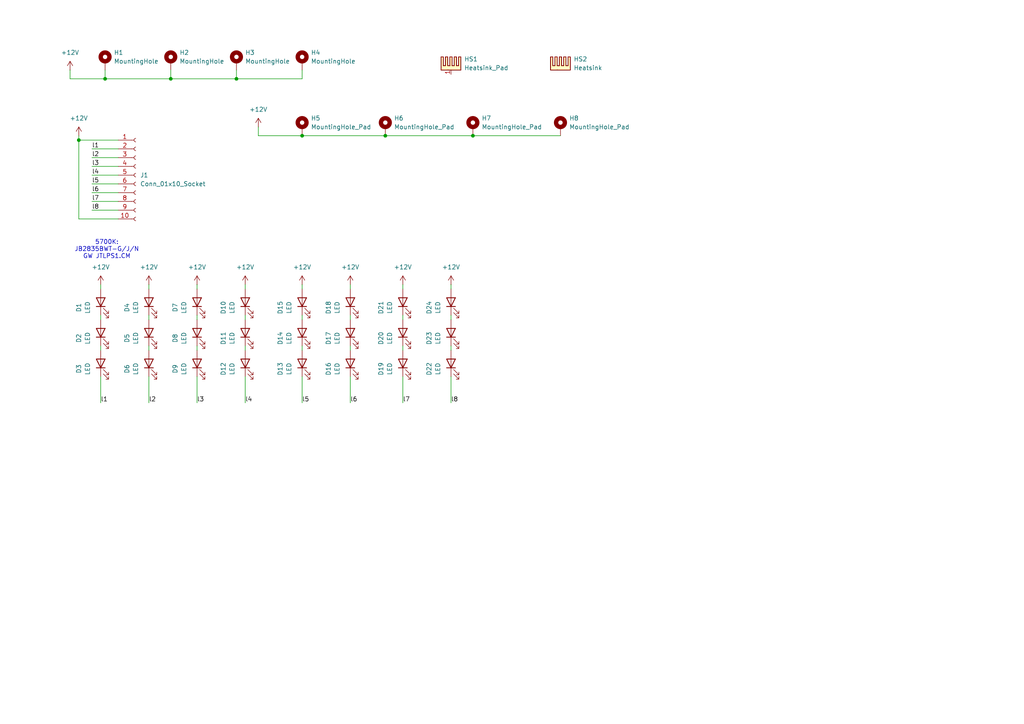
<source format=kicad_sch>
(kicad_sch (version 20231120) (generator "eeschema") (generator_version "8.0")
  (paper "A4")
  (lib_symbols
    (symbol "Connector:Conn_01x10_Socket" (pin_names (offset 1.016) hide)
      (property "Reference" "J" (at 0 12.7 0))
      (property "Value" "Conn_01x10_Socket" (at 0 -15.24 0))
      (symbol "Conn_01x10_Socket_1_1"
        (arc (start 0 -12.192) (mid -0.5058 -12.7) (end 0 -13.208) (stroke (width 0.1524)))
        (arc (start 0 -9.652) (mid -0.5058 -10.16) (end 0 -10.668) (stroke (width 0.1524)))
        (arc (start 0 -7.112) (mid -0.5058 -7.62) (end 0 -8.128) (stroke (width 0.1524)))
        (arc (start 0 -4.572) (mid -0.5058 -5.08) (end 0 -5.588) (stroke (width 0.1524)))
        (arc (start 0 -2.032) (mid -0.5058 -2.54) (end 0 -3.048) (stroke (width 0.1524)))
        (polyline (pts (xy -1.27 -12.7) (xy -0.508 -12.7)) (stroke (width 0.1524)))
        (polyline (pts (xy -1.27 -10.16) (xy -0.508 -10.16)) (stroke (width 0.1524)))
        (polyline (pts (xy -1.27 -7.62) (xy -0.508 -7.62)) (stroke (width 0.1524)))
        (polyline (pts (xy -1.27 -5.08) (xy -0.508 -5.08)) (stroke (width 0.1524)))
        (polyline (pts (xy -1.27 -2.54) (xy -0.508 -2.54)) (stroke (width 0.1524)))
        (polyline (pts (xy -1.27 0) (xy -0.508 0)) (stroke (width 0.1524)))
        (polyline (pts (xy -1.27 2.54) (xy -0.508 2.54)) (stroke (width 0.1524)))
        (polyline (pts (xy -1.27 5.08) (xy -0.508 5.08)) (stroke (width 0.1524)))
        (polyline (pts (xy -1.27 7.62) (xy -0.508 7.62)) (stroke (width 0.1524)))
        (polyline (pts (xy -1.27 10.16) (xy -0.508 10.16)) (stroke (width 0.1524)))
        (arc (start 0 0.508) (mid -0.5058 0) (end 0 -0.508) (stroke (width 0.1524)))
        (arc (start 0 3.048) (mid -0.5058 2.54) (end 0 2.032) (stroke (width 0.1524)))
        (arc (start 0 5.588) (mid -0.5058 5.08) (end 0 4.572) (stroke (width 0.1524)))
        (arc (start 0 8.128) (mid -0.5058 7.62) (end 0 7.112) (stroke (width 0.1524)))
        (arc (start 0 10.668) (mid -0.5058 10.16) (end 0 9.652) (stroke (width 0.1524)))
        (pin passive line (at -5.08 10.16 0) (length 3.81) (name "Pin_1") (number "1"))
        (pin passive line (at -5.08 -12.7 0) (length 3.81) (name "Pin_10") (number "10"))
        (pin passive line (at -5.08 7.62 0) (length 3.81) (name "Pin_2") (number "2"))
        (pin passive line (at -5.08 5.08 0) (length 3.81) (name "Pin_3") (number "3"))
        (pin passive line (at -5.08 2.54 0) (length 3.81) (name "Pin_4") (number "4"))
        (pin passive line (at -5.08 0 0) (length 3.81) (name "Pin_5") (number "5"))
        (pin passive line (at -5.08 -2.54 0) (length 3.81) (name "Pin_6") (number "6"))
        (pin passive line (at -5.08 -5.08 0) (length 3.81) (name "Pin_7") (number "7"))
        (pin passive line (at -5.08 -7.62 0) (length 3.81) (name "Pin_8") (number "8"))
        (pin passive line (at -5.08 -10.16 0) (length 3.81) (name "Pin_9") (number "9"))
      )
    )
    (symbol "Device:LED" (pin_numbers hide) (pin_names (offset 1.016) hide)
      (property "Reference" "D" (at 0 2.54 0))
      (property "Value" "LED" (at 0 -2.54 0))
      (symbol "LED_0_1"
        (polyline (pts (xy -1.27 -1.27) (xy -1.27 1.27)) (stroke (width 0.254)))
        (polyline (pts (xy -1.27 0) (xy 1.27 0)))
        (polyline (pts (xy 1.27 -1.27) (xy 1.27 1.27) (xy -1.27 0) (xy 1.27 -1.27)) (stroke (width 0.254)))
        (polyline (pts (xy -3.048 -0.762) (xy -4.572 -2.286) (xy -3.81 -2.286) (xy -4.572 -2.286) (xy -4.572 -1.524)))
        (polyline (pts (xy -1.778 -0.762) (xy -3.302 -2.286) (xy -2.54 -2.286) (xy -3.302 -2.286) (xy -3.302 -1.524)))
      )
      (symbol "LED_1_1"
        (pin passive line (at -3.81 0 0) (length 2.54) (name "K") (number "1"))
        (pin passive line (at 3.81 0 180) (length 2.54) (name "A") (number "2"))
      )
    )
    (symbol "Mechanical:Heatsink" (pin_names (offset 1.016)) (exclude_from_sim yes)
      (property "Reference" "HS" (at 0 5.08 0))
      (property "Value" "Heatsink" (at 0 -1.27 0))
      (symbol "Heatsink_0_1"
        (polyline (pts (xy -0.3302 1.27) (xy -0.9652 1.27) (xy -0.9652 3.81) (xy -1.6002 3.81) (xy -1.6002 1.27) (xy -2.2352 1.27) (xy -2.2352 3.81) (xy -2.8702 3.81) (xy -2.8702 0) (xy -0.9652 0)) (stroke (width 0.254)) (fill (type background)))
        (polyline (pts (xy -0.3302 1.27) (xy -0.3302 3.81) (xy 0.3048 3.81) (xy 0.3048 1.27) (xy 0.9398 1.27) (xy 0.9398 3.81) (xy 1.5748 3.81) (xy 1.5748 1.27) (xy 2.2098 1.27) (xy 2.2098 3.81) (xy 2.8448 3.81) (xy 2.8448 0) (xy -0.9652 0)) (stroke (width 0.254)) (fill (type background)))
      )
    )
    (symbol "Mechanical:Heatsink_Pad" (pin_names (offset 0)) (exclude_from_sim yes)
      (property "Reference" "HS" (at 0 5.715 0))
      (property "Value" "Heatsink_Pad" (at 0 3.81 0))
      (symbol "Heatsink_Pad_0_1"
        (polyline (pts (xy -0.3302 0) (xy -0.9652 0) (xy -0.9652 2.54) (xy -1.6002 2.54) (xy -1.6002 0) (xy -2.2352 0) (xy -2.2352 2.54) (xy -2.8702 2.54) (xy -2.8702 -1.27) (xy -0.9652 -1.27)) (stroke (width 0.254)) (fill (type background)))
        (polyline (pts (xy -0.3302 0) (xy -0.3302 2.54) (xy 0.3048 2.54) (xy 0.3048 0) (xy 0.9398 0) (xy 0.9398 2.54) (xy 1.5748 2.54) (xy 1.5748 0) (xy 2.2098 0) (xy 2.2098 2.54) (xy 2.8448 2.54) (xy 2.8448 -1.27) (xy -0.9652 -1.27)) (stroke (width 0.254)) (fill (type background)))
      )
      (symbol "Heatsink_Pad_1_1"
        (pin passive line (at 0 -2.54 90) (length 1.27) (name "~") (number "1"))
      )
    )
    (symbol "Mechanical:MountingHole_Pad" (pin_numbers hide) (pin_names (offset 1.016) hide) (exclude_from_sim yes) (in_bom no)
      (property "Reference" "H" (at 0 6.35 0))
      (property "Value" "MountingHole_Pad" (at 0 4.445 0))
      (symbol "MountingHole_Pad_0_1"
        (circle (center 0 1.27) (radius 1.27) (stroke (width 1.27)))
      )
      (symbol "MountingHole_Pad_1_1"
        (pin input line (at 0 -2.54 90) (length 2.54) (name "1") (number "1"))
      )
    )
    (symbol "power:+12V" (power) (pin_numbers hide) (pin_names (offset 0) hide)
      (property "Value" "+12V" (at 0 3.556 0))
      (symbol "+12V_0_1"
        (polyline (pts (xy -0.762 1.27) (xy 0 2.54)))
        (polyline (pts (xy 0 0) (xy 0 2.54)))
        (polyline (pts (xy 0 2.54) (xy 0.762 1.27)))
      )
      (symbol "+12V_1_1"
        (pin power_in line (at 0 0 90) (length 0) (name "~") (number "1"))
      )
    )
  )
  (junction (at 22.86 40.64))
  (junction (at 68.58 22.86))
  (junction (at 111.76 39.37))
  (junction (at 137.16 39.37))
  (junction (at 30.48 22.86))
  (junction (at 87.63 39.37))
  (junction (at 49.53 22.86))
  (wire (pts (xy 130.81 82.55) (xy 130.81 83.82)))
  (wire (pts (xy 26.67 53.34) (xy 34.29 53.34)))
  (wire (pts (xy 87.63 82.55) (xy 87.63 83.82)))
  (wire (pts (xy 68.58 22.86) (xy 68.58 20.32)))
  (wire (pts (xy 57.15 92.71) (xy 57.15 91.44)))
  (wire (pts (xy 22.86 63.5) (xy 34.29 63.5)))
  (wire (pts (xy 87.63 101.6) (xy 87.63 100.33)))
  (wire (pts (xy 87.63 39.37) (xy 111.76 39.37)))
  (wire (pts (xy 43.18 82.55) (xy 43.18 83.82)))
  (wire (pts (xy 101.6 101.6) (xy 101.6 100.33)))
  (wire (pts (xy 71.12 92.71) (xy 71.12 91.44)))
  (wire (pts (xy 22.86 40.64) (xy 22.86 63.5)))
  (wire (pts (xy 30.48 22.86) (xy 49.53 22.86)))
  (wire (pts (xy 130.81 101.6) (xy 130.81 100.33)))
  (wire (pts (xy 26.67 55.88) (xy 34.29 55.88)))
  (wire (pts (xy 87.63 22.86) (xy 87.63 20.32)))
  (wire (pts (xy 101.6 92.71) (xy 101.6 91.44)))
  (wire (pts (xy 57.15 101.6) (xy 57.15 100.33)))
  (wire (pts (xy 137.16 39.37) (xy 162.56 39.37)))
  (wire (pts (xy 116.84 92.71) (xy 116.84 91.44)))
  (wire (pts (xy 29.21 109.22) (xy 29.21 116.84)))
  (wire (pts (xy 22.86 40.64) (xy 34.29 40.64)))
  (wire (pts (xy 49.53 22.86) (xy 68.58 22.86)))
  (wire (pts (xy 111.76 39.37) (xy 137.16 39.37)))
  (wire (pts (xy 29.21 92.71) (xy 29.21 91.44)))
  (wire (pts (xy 130.81 92.71) (xy 130.81 91.44)))
  (wire (pts (xy 43.18 101.6) (xy 43.18 100.33)))
  (wire (pts (xy 43.18 92.71) (xy 43.18 91.44)))
  (wire (pts (xy 30.48 22.86) (xy 30.48 20.32)))
  (wire (pts (xy 101.6 82.55) (xy 101.6 83.82)))
  (wire (pts (xy 71.12 101.6) (xy 71.12 100.33)))
  (wire (pts (xy 26.67 58.42) (xy 34.29 58.42)))
  (wire (pts (xy 116.84 109.22) (xy 116.84 116.84)))
  (wire (pts (xy 116.84 101.6) (xy 116.84 100.33)))
  (wire (pts (xy 57.15 82.55) (xy 57.15 83.82)))
  (wire (pts (xy 20.32 22.86) (xy 30.48 22.86)))
  (wire (pts (xy 26.67 45.72) (xy 34.29 45.72)))
  (wire (pts (xy 74.93 39.37) (xy 87.63 39.37)))
  (wire (pts (xy 26.67 60.96) (xy 34.29 60.96)))
  (wire (pts (xy 57.15 109.22) (xy 57.15 116.84)))
  (wire (pts (xy 22.86 39.37) (xy 22.86 40.64)))
  (wire (pts (xy 87.63 92.71) (xy 87.63 91.44)))
  (wire (pts (xy 20.32 20.32) (xy 20.32 22.86)))
  (wire (pts (xy 29.21 101.6) (xy 29.21 100.33)))
  (wire (pts (xy 130.81 109.22) (xy 130.81 116.84)))
  (wire (pts (xy 71.12 109.22) (xy 71.12 116.84)))
  (wire (pts (xy 71.12 82.55) (xy 71.12 83.82)))
  (wire (pts (xy 43.18 109.22) (xy 43.18 116.84)))
  (wire (pts (xy 26.67 43.18) (xy 34.29 43.18)))
  (wire (pts (xy 87.63 109.22) (xy 87.63 116.84)))
  (wire (pts (xy 68.58 22.86) (xy 87.63 22.86)))
  (wire (pts (xy 101.6 109.22) (xy 101.6 116.84)))
  (wire (pts (xy 29.21 82.55) (xy 29.21 83.82)))
  (wire (pts (xy 49.53 22.86) (xy 49.53 20.32)))
  (wire (pts (xy 26.67 50.8) (xy 34.29 50.8)))
  (wire (pts (xy 116.84 82.55) (xy 116.84 83.82)))
  (wire (pts (xy 26.67 48.26) (xy 34.29 48.26)))
  (wire (pts (xy 74.93 36.83) (xy 74.93 39.37)))
  (text "5700K:\nJB2835BWT-G/J/N\nGW JTLPS1.CM" (at 30.988 72.39 0) (effects (font (size 1.27 1.27))))
  (label "l3" (at 26.67 48.26 0))
  (label "l4" (at 26.67 50.8 0))
  (label "l6" (at 26.67 55.88 0))
  (label "l5" (at 87.63 116.84 0))
  (label "l2" (at 26.67 45.72 0))
  (label "l6" (at 101.6 116.84 0))
  (label "l8" (at 130.81 116.84 0))
  (label "l7" (at 26.67 58.42 0))
  (label "l1" (at 26.67 43.18 0))
  (label "l8" (at 26.67 60.96 0))
  (label "l7" (at 116.84 116.84 0))
  (label "l2" (at 43.18 116.84 0))
  (label "l4" (at 71.12 116.84 0))
  (label "l5" (at 26.67 53.34 0))
  (label "l3" (at 57.15 116.84 0))
  (label "l1" (at 29.21 116.84 0))
  (symbol (lib_id "Device:LED") (at 130.81 96.52 90) (unit 1)
    (property "Reference" "D23" (at 124.46 98.1075 0))
    (property "Value" "LED" (at 127 98.1075 0))
    (property "Footprint" "LED_SMD:LED_PLCC_2835" (effects (hide yes)))
    (property "Description" "Light emitting diode" (effects (hide yes)))
    (property "Digikey" "2138-JB2835BWT-G-U57EA0000-N000P001CT-ND" (effects (hide yes)))
  )
  (symbol (lib_id "Device:LED") (at 71.12 96.52 90) (unit 1)
    (property "Reference" "D11" (at 64.77 98.1075 0))
    (property "Value" "LED" (at 67.31 98.1075 0))
    (property "Footprint" "LED_SMD:LED_PLCC_2835" (effects (hide yes)))
    (property "Description" "Light emitting diode" (effects (hide yes)))
    (property "Digikey" "2138-JB2835BWT-G-U57EA0000-N000P001CT-ND" (effects (hide yes)))
  )
  (symbol (lib_id "power:+12V") (at 101.6 82.55 0) (unit 1)
    (property "Reference" "#PWR09" (effects (hide yes)))
    (property "Value" "+12V" (at 101.6 77.47 0))
    (property "Description" "Power symbol creates a global label with name \"+12V\"" (effects (hide yes)))
  )
  (symbol (lib_id "power:+12V") (at 74.93 36.83 0) (unit 1)
    (property "Reference" "#PWR03" (effects (hide yes)))
    (property "Value" "+12V" (at 74.93 31.75 0))
    (property "Description" "Power symbol creates a global label with name \"+12V\"" (effects (hide yes)))
  )
  (symbol (lib_id "Device:LED") (at 130.81 87.63 90) (unit 1)
    (property "Reference" "D24" (at 124.46 89.2175 0))
    (property "Value" "LED" (at 127 89.2175 0))
    (property "Footprint" "LED_SMD:LED_PLCC_2835" (effects (hide yes)))
    (property "Description" "Light emitting diode" (effects (hide yes)))
    (property "Digikey" "2138-JB2835BWT-G-U57EA0000-N000P001CT-ND" (effects (hide yes)))
  )
  (symbol (lib_id "power:+12V") (at 116.84 82.55 0) (unit 1)
    (property "Reference" "#PWR010" (effects (hide yes)))
    (property "Value" "+12V" (at 116.84 77.47 0))
    (property "Description" "Power symbol creates a global label with name \"+12V\"" (effects (hide yes)))
  )
  (symbol (lib_id "Device:LED") (at 43.18 105.41 90) (unit 1)
    (property "Reference" "D6" (at 36.83 106.9975 0))
    (property "Value" "LED" (at 39.37 106.9975 0))
    (property "Footprint" "LED_SMD:LED_PLCC_2835" (effects (hide yes)))
    (property "Description" "Light emitting diode" (effects (hide yes)))
    (property "Digikey" "2138-JB2835BWT-G-U57EA0000-N000P001CT-ND" (effects (hide yes)))
  )
  (symbol (lib_id "Device:LED") (at 87.63 87.63 90) (unit 1)
    (property "Reference" "D15" (at 81.28 89.2175 0))
    (property "Value" "LED" (at 83.82 89.2175 0))
    (property "Footprint" "LED_SMD:LED_PLCC_2835" (effects (hide yes)))
    (property "Description" "Light emitting diode" (effects (hide yes)))
    (property "Digikey" "2138-JB2835BWT-G-U57EA0000-N000P001CT-ND" (effects (hide yes)))
  )
  (symbol (lib_id "Device:LED") (at 29.21 105.41 90) (unit 1)
    (property "Reference" "D3" (at 22.86 106.9975 0))
    (property "Value" "LED" (at 25.4 106.9975 0))
    (property "Footprint" "LED_SMD:LED_PLCC_2835" (effects (hide yes)))
    (property "Description" "Light emitting diode" (effects (hide yes)))
    (property "Digikey" "2138-JB2835BWT-G-U57EA0000-N000P001CT-ND" (effects (hide yes)))
  )
  (symbol (lib_id "Mechanical:MountingHole_Pad") (at 87.63 17.78 0) (unit 1) (exclude_from_sim yes) (in_bom no)
    (property "Reference" "H4" (at 90.17 15.2399 0) (effects (justify left)))
    (property "Value" "MountingHole" (at 90.17 17.7799 0) (effects (justify left)))
    (property "Footprint" "Mounting_Wuerth:Mounting_Wuerth_WA-SMSI-M1.6_H1.5mm_9774015633" (effects (hide yes)))
    (property "Description" "Mounting Hole with connection" (effects (hide yes)))
    (property "Digikey" "732-13689-1-ND" (effects (hide yes)))
  )
  (symbol (lib_id "Device:LED") (at 43.18 96.52 90) (unit 1)
    (property "Reference" "D5" (at 36.83 98.1075 0))
    (property "Value" "LED" (at 39.37 98.1075 0))
    (property "Footprint" "LED_SMD:LED_PLCC_2835" (effects (hide yes)))
    (property "Description" "Light emitting diode" (effects (hide yes)))
    (property "Digikey" "2138-JB2835BWT-G-U57EA0000-N000P001CT-ND" (effects (hide yes)))
  )
  (symbol (lib_id "Mechanical:MountingHole_Pad") (at 68.58 17.78 0) (unit 1) (exclude_from_sim yes) (in_bom no)
    (property "Reference" "H3" (at 71.12 15.2399 0) (effects (justify left)))
    (property "Value" "MountingHole" (at 71.12 17.7799 0) (effects (justify left)))
    (property "Footprint" "Mounting_Wuerth:Mounting_Wuerth_WA-SMSI-M1.6_H1.5mm_9774015633" (effects (hide yes)))
    (property "Description" "Mounting Hole with connection" (effects (hide yes)))
    (property "Digikey" "732-13689-1-ND" (effects (hide yes)))
  )
  (symbol (lib_id "Device:LED") (at 116.84 105.41 90) (unit 1)
    (property "Reference" "D19" (at 110.49 106.9975 0))
    (property "Value" "LED" (at 113.03 106.9975 0))
    (property "Footprint" "LED_SMD:LED_PLCC_2835" (effects (hide yes)))
    (property "Description" "Light emitting diode" (effects (hide yes)))
    (property "Digikey" "2138-JB2835BWT-G-U57EA0000-N000P001CT-ND" (effects (hide yes)))
  )
  (symbol (lib_id "Mechanical:Heatsink") (at 162.56 20.32 0) (unit 1) (exclude_from_sim yes)
    (property "Reference" "HS2" (at 166.37 17.1449 0) (effects (justify left)))
    (property "Value" "Heatsink" (at 166.37 19.6849 0) (effects (justify left)))
    (property "Footprint" "lens:filter" (effects (hide yes)))
    (property "Description" "Heatsink" (effects (hide yes)))
  )
  (symbol (lib_id "Device:LED") (at 87.63 96.52 90) (unit 1)
    (property "Reference" "D14" (at 81.28 98.1075 0))
    (property "Value" "LED" (at 83.82 98.1075 0))
    (property "Footprint" "LED_SMD:LED_PLCC_2835" (effects (hide yes)))
    (property "Description" "Light emitting diode" (effects (hide yes)))
    (property "Digikey" "2138-JB2835BWT-G-U57EA0000-N000P001CT-ND" (effects (hide yes)))
  )
  (symbol (lib_id "Device:LED") (at 43.18 87.63 90) (unit 1)
    (property "Reference" "D4" (at 36.83 89.2175 0))
    (property "Value" "LED" (at 39.37 89.2175 0))
    (property "Footprint" "LED_SMD:LED_PLCC_2835" (effects (hide yes)))
    (property "Description" "Light emitting diode" (effects (hide yes)))
    (property "Digikey" "2138-JB2835BWT-G-U57EA0000-N000P001CT-ND" (effects (hide yes)))
  )
  (symbol (lib_id "power:+12V") (at 57.15 82.55 0) (unit 1)
    (property "Reference" "#PWR06" (effects (hide yes)))
    (property "Value" "+12V" (at 57.15 77.47 0))
    (property "Description" "Power symbol creates a global label with name \"+12V\"" (effects (hide yes)))
  )
  (symbol (lib_id "power:+12V") (at 87.63 82.55 0) (unit 1)
    (property "Reference" "#PWR08" (effects (hide yes)))
    (property "Value" "+12V" (at 87.63 77.47 0))
    (property "Description" "Power symbol creates a global label with name \"+12V\"" (effects (hide yes)))
  )
  (symbol (lib_id "Device:LED") (at 130.81 105.41 90) (unit 1)
    (property "Reference" "D22" (at 124.46 106.9975 0))
    (property "Value" "LED" (at 127 106.9975 0))
    (property "Footprint" "LED_SMD:LED_PLCC_2835" (effects (hide yes)))
    (property "Description" "Light emitting diode" (effects (hide yes)))
    (property "Digikey" "2138-JB2835BWT-G-U57EA0000-N000P001CT-ND" (effects (hide yes)))
  )
  (symbol (lib_id "power:+12V") (at 130.81 82.55 0) (unit 1)
    (property "Reference" "#PWR011" (effects (hide yes)))
    (property "Value" "+12V" (at 130.81 77.47 0))
    (property "Description" "Power symbol creates a global label with name \"+12V\"" (effects (hide yes)))
  )
  (symbol (lib_id "Device:LED") (at 57.15 87.63 90) (unit 1)
    (property "Reference" "D7" (at 50.8 89.2175 0))
    (property "Value" "LED" (at 53.34 89.2175 0))
    (property "Footprint" "LED_SMD:LED_PLCC_2835" (effects (hide yes)))
    (property "Description" "Light emitting diode" (effects (hide yes)))
    (property "Digikey" "2138-JB2835BWT-G-U57EA0000-N000P001CT-ND" (effects (hide yes)))
  )
  (symbol (lib_id "Mechanical:MountingHole_Pad") (at 162.56 36.83 0) (unit 1) (exclude_from_sim yes) (in_bom no)
    (property "Reference" "H8" (at 165.1 34.2899 0) (effects (justify left)))
    (property "Value" "MountingHole_Pad" (at 165.1 36.8299 0) (effects (justify left)))
    (property "Footprint" "MountingHole:MountingHole_2.2mm_M2_ISO14580_Pad" (effects (hide yes)))
    (property "Description" "Mounting Hole with connection" (effects (hide yes)))
  )
  (symbol (lib_id "Device:LED") (at 101.6 105.41 90) (unit 1)
    (property "Reference" "D16" (at 95.25 106.9975 0))
    (property "Value" "LED" (at 97.79 106.9975 0))
    (property "Footprint" "LED_SMD:LED_PLCC_2835" (effects (hide yes)))
    (property "Description" "Light emitting diode" (effects (hide yes)))
    (property "Digikey" "2138-JB2835BWT-G-U57EA0000-N000P001CT-ND" (effects (hide yes)))
  )
  (symbol (lib_id "Mechanical:MountingHole_Pad") (at 30.48 17.78 0) (unit 1) (exclude_from_sim yes) (in_bom no)
    (property "Reference" "H1" (at 33.02 15.2399 0) (effects (justify left)))
    (property "Value" "MountingHole" (at 33.02 17.7799 0) (effects (justify left)))
    (property "Footprint" "Mounting_Wuerth:Mounting_Wuerth_WA-SMSI-M1.6_H1.5mm_9774015633" (effects (hide yes)))
    (property "Description" "Mounting Hole with connection" (effects (hide yes)))
    (property "Digikey" "732-13689-1-ND" (effects (hide yes)))
  )
  (symbol (lib_id "power:+12V") (at 71.12 82.55 0) (unit 1)
    (property "Reference" "#PWR07" (effects (hide yes)))
    (property "Value" "+12V" (at 71.12 77.47 0))
    (property "Description" "Power symbol creates a global label with name \"+12V\"" (effects (hide yes)))
  )
  (symbol (lib_id "Device:LED") (at 57.15 105.41 90) (unit 1)
    (property "Reference" "D9" (at 50.8 106.9975 0))
    (property "Value" "LED" (at 53.34 106.9975 0))
    (property "Footprint" "LED_SMD:LED_PLCC_2835" (effects (hide yes)))
    (property "Description" "Light emitting diode" (effects (hide yes)))
    (property "Digikey" "2138-JB2835BWT-G-U57EA0000-N000P001CT-ND" (effects (hide yes)))
  )
  (symbol (lib_id "Mechanical:MountingHole_Pad") (at 49.53 17.78 0) (unit 1) (exclude_from_sim yes) (in_bom no)
    (property "Reference" "H2" (at 52.07 15.2399 0) (effects (justify left)))
    (property "Value" "MountingHole" (at 52.07 17.7799 0) (effects (justify left)))
    (property "Footprint" "Mounting_Wuerth:Mounting_Wuerth_WA-SMSI-M1.6_H1.5mm_9774015633" (effects (hide yes)))
    (property "Description" "Mounting Hole with connection" (effects (hide yes)))
    (property "Digikey" "732-13689-1-ND" (effects (hide yes)))
  )
  (symbol (lib_id "Device:LED") (at 101.6 87.63 90) (unit 1)
    (property "Reference" "D18" (at 95.25 89.2175 0))
    (property "Value" "LED" (at 97.79 89.2175 0))
    (property "Footprint" "LED_SMD:LED_PLCC_2835" (effects (hide yes)))
    (property "Description" "Light emitting diode" (effects (hide yes)))
    (property "Digikey" "2138-JB2835BWT-G-U57EA0000-N000P001CT-ND" (effects (hide yes)))
  )
  (symbol (lib_id "Device:LED") (at 57.15 96.52 90) (unit 1)
    (property "Reference" "D8" (at 50.8 98.1075 0))
    (property "Value" "LED" (at 53.34 98.1075 0))
    (property "Footprint" "LED_SMD:LED_PLCC_2835" (effects (hide yes)))
    (property "Description" "Light emitting diode" (effects (hide yes)))
    (property "Digikey" "2138-JB2835BWT-G-U57EA0000-N000P001CT-ND" (effects (hide yes)))
  )
  (symbol (lib_id "Mechanical:MountingHole_Pad") (at 87.63 36.83 0) (unit 1) (exclude_from_sim yes) (in_bom no)
    (property "Reference" "H5" (at 90.17 34.2899 0) (effects (justify left)))
    (property "Value" "MountingHole_Pad" (at 90.17 36.8299 0) (effects (justify left)))
    (property "Footprint" "MountingHole:MountingHole_2.2mm_M2_ISO14580_Pad" (effects (hide yes)))
    (property "Description" "Mounting Hole with connection" (effects (hide yes)))
  )
  (symbol (lib_id "Device:LED") (at 116.84 96.52 90) (unit 1)
    (property "Reference" "D20" (at 110.49 98.1075 0))
    (property "Value" "LED" (at 113.03 98.1075 0))
    (property "Footprint" "LED_SMD:LED_PLCC_2835" (effects (hide yes)))
    (property "Description" "Light emitting diode" (effects (hide yes)))
    (property "Digikey" "2138-JB2835BWT-G-U57EA0000-N000P001CT-ND" (effects (hide yes)))
  )
  (symbol (lib_id "Device:LED") (at 116.84 87.63 90) (unit 1)
    (property "Reference" "D21" (at 110.49 89.2175 0))
    (property "Value" "LED" (at 113.03 89.2175 0))
    (property "Footprint" "LED_SMD:LED_PLCC_2835" (effects (hide yes)))
    (property "Description" "Light emitting diode" (effects (hide yes)))
    (property "Digikey" "2138-JB2835BWT-G-U57EA0000-N000P001CT-ND" (effects (hide yes)))
  )
  (symbol (lib_id "Mechanical:MountingHole_Pad") (at 111.76 36.83 0) (unit 1) (exclude_from_sim yes) (in_bom no)
    (property "Reference" "H6" (at 114.3 34.2899 0) (effects (justify left)))
    (property "Value" "MountingHole_Pad" (at 114.3 36.8299 0) (effects (justify left)))
    (property "Footprint" "MountingHole:MountingHole_2.2mm_M2_ISO14580_Pad" (effects (hide yes)))
    (property "Description" "Mounting Hole with connection" (effects (hide yes)))
  )
  (symbol (lib_id "Device:LED") (at 29.21 96.52 90) (unit 1)
    (property "Reference" "D2" (at 22.86 98.1075 0))
    (property "Value" "LED" (at 25.4 98.1075 0))
    (property "Footprint" "LED_SMD:LED_PLCC_2835" (effects (hide yes)))
    (property "Description" "Light emitting diode" (effects (hide yes)))
    (property "Digikey" "2138-JB2835BWT-G-U57EA0000-N000P001CT-ND" (effects (hide yes)))
  )
  (symbol (lib_id "Device:LED") (at 87.63 105.41 90) (unit 1)
    (property "Reference" "D13" (at 81.28 106.9975 0))
    (property "Value" "LED" (at 83.82 106.9975 0))
    (property "Footprint" "LED_SMD:LED_PLCC_2835" (effects (hide yes)))
    (property "Description" "Light emitting diode" (effects (hide yes)))
    (property "Digikey" "2138-JB2835BWT-G-U57EA0000-N000P001CT-ND" (effects (hide yes)))
  )
  (symbol (lib_id "Device:LED") (at 29.21 87.63 90) (unit 1)
    (property "Reference" "D1" (at 22.86 89.2175 0))
    (property "Value" "LED" (at 25.4 89.2175 0))
    (property "Footprint" "LED_SMD:LED_PLCC_2835" (effects (hide yes)))
    (property "Description" "Light emitting diode" (effects (hide yes)))
    (property "Digikey" "2138-JB2835BWT-G-U57EA0000-N000P001CT-ND" (effects (hide yes)))
  )
  (symbol (lib_id "power:+12V") (at 22.86 39.37 0) (unit 1)
    (property "Reference" "#PWR01" (effects (hide yes)))
    (property "Value" "+12V" (at 22.86 34.29 0))
    (property "Description" "Power symbol creates a global label with name \"+12V\"" (effects (hide yes)))
  )
  (symbol (lib_id "power:+12V") (at 20.32 20.32 0) (unit 1)
    (property "Reference" "#PWR02" (effects (hide yes)))
    (property "Value" "+12V" (at 20.32 15.24 0))
    (property "Description" "Power symbol creates a global label with name \"+12V\"" (effects (hide yes)))
  )
  (symbol (lib_id "Device:LED") (at 71.12 105.41 90) (unit 1)
    (property "Reference" "D12" (at 64.77 106.9975 0))
    (property "Value" "LED" (at 67.31 106.9975 0))
    (property "Footprint" "LED_SMD:LED_PLCC_2835" (effects (hide yes)))
    (property "Description" "Light emitting diode" (effects (hide yes)))
    (property "Digikey" "2138-JB2835BWT-G-U57EA0000-N000P001CT-ND" (effects (hide yes)))
  )
  (symbol (lib_id "power:+12V") (at 43.18 82.55 0) (unit 1)
    (property "Reference" "#PWR05" (effects (hide yes)))
    (property "Value" "+12V" (at 43.18 77.47 0))
    (property "Description" "Power symbol creates a global label with name \"+12V\"" (effects (hide yes)))
  )
  (symbol (lib_id "Mechanical:Heatsink_Pad") (at 130.81 19.05 0) (unit 1) (exclude_from_sim yes)
    (property "Reference" "HS1" (at 134.62 17.1449 0) (effects (justify left)))
    (property "Value" "Heatsink_Pad" (at 134.62 19.6849 0) (effects (justify left)))
    (property "Footprint" "lens:lens" (effects (hide yes)))
    (property "Description" "Heatsink with electrical connection, 1 pin" (effects (hide yes)))
  )
  (symbol (lib_id "Device:LED") (at 71.12 87.63 90) (unit 1)
    (property "Reference" "D10" (at 64.77 89.2175 0))
    (property "Value" "LED" (at 67.31 89.2175 0))
    (property "Footprint" "LED_SMD:LED_PLCC_2835" (effects (hide yes)))
    (property "Description" "Light emitting diode" (effects (hide yes)))
    (property "Digikey" "2138-JB2835BWT-G-U57EA0000-N000P001CT-ND" (effects (hide yes)))
  )
  (symbol (lib_id "power:+12V") (at 29.21 82.55 0) (unit 1)
    (property "Reference" "#PWR04" (effects (hide yes)))
    (property "Value" "+12V" (at 29.21 77.47 0))
    (property "Description" "Power symbol creates a global label with name \"+12V\"" (effects (hide yes)))
  )
  (symbol (lib_id "Connector:Conn_01x10_Socket") (at 39.37 50.8 0) (unit 1)
    (property "Reference" "J1" (at 40.64 50.7999 0) (effects (justify left)))
    (property "Value" "Conn_01x10_Socket" (at 40.64 53.3399 0) (effects (justify left)))
    (property "Footprint" "flatwiresolder:conn_01x10" (effects (hide yes)))
    (property "Description" "Generic connector, single row, 01x10, script generated" (effects (hide yes)))
  )
  (symbol (lib_id "Mechanical:MountingHole_Pad") (at 137.16 36.83 0) (unit 1) (exclude_from_sim yes) (in_bom no)
    (property "Reference" "H7" (at 139.7 34.2899 0) (effects (justify left)))
    (property "Value" "MountingHole_Pad" (at 139.7 36.8299 0) (effects (justify left)))
    (property "Footprint" "MountingHole:MountingHole_2.2mm_M2_ISO14580_Pad" (effects (hide yes)))
    (property "Description" "Mounting Hole with connection" (effects (hide yes)))
  )
  (symbol (lib_id "Device:LED") (at 101.6 96.52 90) (unit 1)
    (property "Reference" "D17" (at 95.25 98.1075 0))
    (property "Value" "LED" (at 97.79 98.1075 0))
    (property "Footprint" "LED_SMD:LED_PLCC_2835" (effects (hide yes)))
    (property "Description" "Light emitting diode" (effects (hide yes)))
    (property "Digikey" "2138-JB2835BWT-G-U57EA0000-N000P001CT-ND" (effects (hide yes)))
  )
)
</source>
